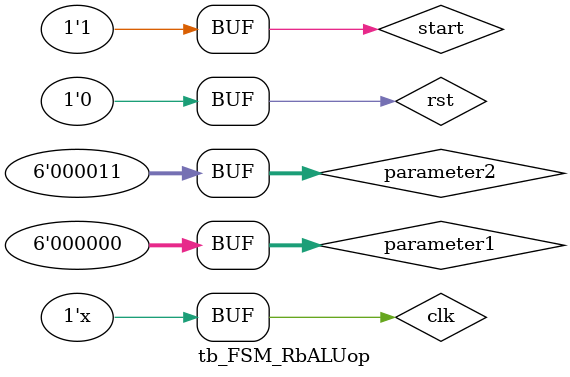
<source format=v>
`timescale 10ns/1ns
module tb_FSM_RbALUop;
    reg clk,rst,start,done_fetch;
    reg [5:0] parameter1, parameter2;
    wire r0in,r1in,r2in,r3in,R0OutEn,R1OutEn,R2OutEn,R3OutEn,ALUinR1,ALUinR2,ALUoutEn,Regiout,Regjout,Regiin,done;

    
    ALUoperations moore_ALUoperations(clk,rst,donefetch,start,parameter1,parameter2,r0in,r1in,r2in,r3in,P0in,R0OutEn,R1OutEn,R2OutEn,R3OutEn,P0OutEn,ALUinR1,ALUinR2,enregalu,ALUoutEn,Regiout,Regjout,Regiin,done);

    initial begin 
             clk=0;
             start=0;
             rst=0;
             #7 rst = 1;
             #7 rst=0;   
             #20 start = 1;
             parameter1=6'b000000;
             parameter2=6'b000011;
           end
    always #5 clk=~clk;
    
  
endmodule


</source>
